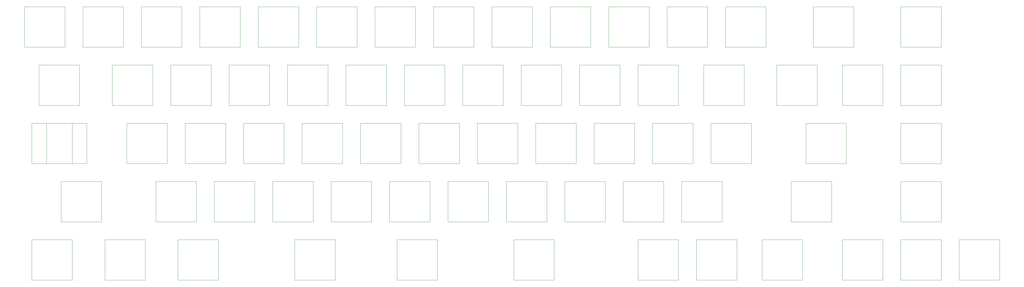
<source format=gbr>
%TF.GenerationSoftware,KiCad,Pcbnew,7.0.11*%
%TF.CreationDate,2024-04-25T10:19:36+05:30*%
%TF.ProjectId,Lexicon 69,4c657869-636f-46e2-9036-392e6b696361,rev?*%
%TF.SameCoordinates,Original*%
%TF.FileFunction,Other,User*%
%FSLAX46Y46*%
G04 Gerber Fmt 4.6, Leading zero omitted, Abs format (unit mm)*
G04 Created by KiCad (PCBNEW 7.0.11) date 2024-04-25 10:19:36*
%MOMM*%
%LPD*%
G01*
G04 APERTURE LIST*
%ADD10C,0.050000*%
G04 APERTURE END LIST*
D10*
%TO.C,SW68*%
X368550000Y-163762500D02*
X355350000Y-163762500D01*
X368550000Y-150562500D02*
X368550000Y-163762500D01*
X355350000Y-163762500D02*
X355350000Y-150562500D01*
X355350000Y-150562500D02*
X368550000Y-150562500D01*
%TO.C,SW8*%
X92325000Y-106612500D02*
X79125000Y-106612500D01*
X92325000Y-93412500D02*
X92325000Y-106612500D01*
X79125000Y-106612500D02*
X79125000Y-93412500D01*
X79125000Y-93412500D02*
X92325000Y-93412500D01*
%TO.C,SW29*%
X178050000Y-87562500D02*
X164850000Y-87562500D01*
X178050000Y-74362500D02*
X178050000Y-87562500D01*
X164850000Y-87562500D02*
X164850000Y-74362500D01*
X164850000Y-74362500D02*
X178050000Y-74362500D01*
%TO.C,SW41*%
X235200000Y-87562500D02*
X222000000Y-87562500D01*
X235200000Y-74362500D02*
X235200000Y-87562500D01*
X222000000Y-87562500D02*
X222000000Y-74362500D01*
X222000000Y-74362500D02*
X235200000Y-74362500D01*
%TO.C,SW39*%
X211387500Y-125662500D02*
X198187500Y-125662500D01*
X211387500Y-112462500D02*
X211387500Y-125662500D01*
X198187500Y-125662500D02*
X198187500Y-112462500D01*
X198187500Y-112462500D02*
X211387500Y-112462500D01*
%TO.C,SW18*%
X116137500Y-125662500D02*
X102937500Y-125662500D01*
X116137500Y-112462500D02*
X116137500Y-125662500D01*
X102937500Y-125662500D02*
X102937500Y-112462500D01*
X102937500Y-112462500D02*
X116137500Y-112462500D01*
%TO.C,SW6*%
X66131250Y-163762500D02*
X52931250Y-163762500D01*
X66131250Y-150562500D02*
X66131250Y-163762500D01*
X52931250Y-163762500D02*
X52931250Y-150562500D01*
X52931250Y-150562500D02*
X66131250Y-150562500D01*
%TO.C,SW79*%
X151856250Y-163762500D02*
X138656250Y-163762500D01*
X151856250Y-150562500D02*
X151856250Y-163762500D01*
X138656250Y-163762500D02*
X138656250Y-150562500D01*
X138656250Y-150562500D02*
X151856250Y-150562500D01*
%TO.C,SW33*%
X197100000Y-87562500D02*
X183900000Y-87562500D01*
X197100000Y-74362500D02*
X197100000Y-87562500D01*
X183900000Y-87562500D02*
X183900000Y-74362500D01*
X183900000Y-74362500D02*
X197100000Y-74362500D01*
%TO.C,SW20*%
X139950000Y-87562500D02*
X126750000Y-87562500D01*
X139950000Y-74362500D02*
X139950000Y-87562500D01*
X126750000Y-87562500D02*
X126750000Y-74362500D01*
X126750000Y-74362500D02*
X139950000Y-74362500D01*
%TO.C,SW47*%
X263775000Y-106612500D02*
X250575000Y-106612500D01*
X263775000Y-93412500D02*
X263775000Y-106612500D01*
X250575000Y-106612500D02*
X250575000Y-93412500D01*
X250575000Y-93412500D02*
X263775000Y-93412500D01*
%TO.C,SW75*%
X287587500Y-125662500D02*
X274387500Y-125662500D01*
X287587500Y-112462500D02*
X287587500Y-125662500D01*
X274387500Y-125662500D02*
X274387500Y-112462500D01*
X274387500Y-112462500D02*
X287587500Y-112462500D01*
%TO.C,SW49*%
X239962500Y-144712500D02*
X226762500Y-144712500D01*
X239962500Y-131512500D02*
X239962500Y-144712500D01*
X226762500Y-144712500D02*
X226762500Y-131512500D01*
X226762500Y-131512500D02*
X239962500Y-131512500D01*
%TO.C,SW57*%
X309018750Y-106612500D02*
X295818750Y-106612500D01*
X309018750Y-93412500D02*
X309018750Y-106612500D01*
X295818750Y-106612500D02*
X295818750Y-93412500D01*
X295818750Y-93412500D02*
X309018750Y-93412500D01*
%TO.C,SW36*%
X182812500Y-144712500D02*
X169612500Y-144712500D01*
X182812500Y-131512500D02*
X182812500Y-144712500D01*
X169612500Y-144712500D02*
X169612500Y-131512500D01*
X169612500Y-131512500D02*
X182812500Y-131512500D01*
%TO.C,SW78*%
X113756250Y-163762500D02*
X100556250Y-163762500D01*
X113756250Y-150562500D02*
X113756250Y-163762500D01*
X100556250Y-163762500D02*
X100556250Y-150562500D01*
X100556250Y-150562500D02*
X113756250Y-150562500D01*
%TO.C,SW59*%
X330450000Y-163762500D02*
X317250000Y-163762500D01*
X330450000Y-150562500D02*
X330450000Y-163762500D01*
X317250000Y-163762500D02*
X317250000Y-150562500D01*
X317250000Y-150562500D02*
X330450000Y-150562500D01*
%TO.C,SW42*%
X244725000Y-106612500D02*
X231525000Y-106612500D01*
X244725000Y-93412500D02*
X244725000Y-106612500D01*
X231525000Y-106612500D02*
X231525000Y-93412500D01*
X231525000Y-93412500D02*
X244725000Y-93412500D01*
%TO.C,SW28*%
X144712500Y-144712500D02*
X131512500Y-144712500D01*
X144712500Y-131512500D02*
X144712500Y-144712500D01*
X131512500Y-144712500D02*
X131512500Y-131512500D01*
X131512500Y-131512500D02*
X144712500Y-131512500D01*
%TO.C,SW38*%
X225675000Y-106612500D02*
X212475000Y-106612500D01*
X225675000Y-93412500D02*
X225675000Y-106612500D01*
X212475000Y-106612500D02*
X212475000Y-93412500D01*
X212475000Y-93412500D02*
X225675000Y-93412500D01*
%TO.C,SW22*%
X135187500Y-125662500D02*
X121987500Y-125662500D01*
X135187500Y-112462500D02*
X135187500Y-125662500D01*
X121987500Y-125662500D02*
X121987500Y-112462500D01*
X121987500Y-112462500D02*
X135187500Y-112462500D01*
%TO.C,SW56*%
X292350000Y-87562500D02*
X279150000Y-87562500D01*
X292350000Y-74362500D02*
X292350000Y-87562500D01*
X279150000Y-87562500D02*
X279150000Y-74362500D01*
X279150000Y-74362500D02*
X292350000Y-74362500D01*
%TO.C,SW26*%
X168525000Y-106612500D02*
X155325000Y-106612500D01*
X168525000Y-93412500D02*
X168525000Y-106612500D01*
X155325000Y-106612500D02*
X155325000Y-93412500D01*
X155325000Y-93412500D02*
X168525000Y-93412500D01*
%TO.C,SW31*%
X173287500Y-125662500D02*
X160087500Y-125662500D01*
X173287500Y-112462500D02*
X173287500Y-125662500D01*
X160087500Y-125662500D02*
X160087500Y-112462500D01*
X160087500Y-112462500D02*
X173287500Y-112462500D01*
%TO.C,SW4*%
X66131250Y-125662500D02*
X52931250Y-125662500D01*
X66131250Y-112462500D02*
X66131250Y-125662500D01*
X52931250Y-125662500D02*
X52931250Y-112462500D01*
X52931250Y-112462500D02*
X66131250Y-112462500D01*
%TO.C,SW54*%
X259012500Y-144712500D02*
X245812500Y-144712500D01*
X259012500Y-131512500D02*
X259012500Y-144712500D01*
X245812500Y-144712500D02*
X245812500Y-131512500D01*
X245812500Y-131512500D02*
X259012500Y-131512500D01*
%TO.C,SW30*%
X187575000Y-106612500D02*
X174375000Y-106612500D01*
X187575000Y-93412500D02*
X187575000Y-106612500D01*
X174375000Y-106612500D02*
X174375000Y-93412500D01*
X174375000Y-93412500D02*
X187575000Y-93412500D01*
%TO.C,SW1*%
X349500000Y-87562500D02*
X336300000Y-87562500D01*
X349500000Y-74362500D02*
X349500000Y-87562500D01*
X336300000Y-87562500D02*
X336300000Y-74362500D01*
X336300000Y-74362500D02*
X349500000Y-74362500D01*
%TO.C,SW48*%
X249487500Y-125662500D02*
X236287500Y-125662500D01*
X249487500Y-112462500D02*
X249487500Y-125662500D01*
X236287500Y-125662500D02*
X236287500Y-112462500D01*
X236287500Y-112462500D02*
X249487500Y-112462500D01*
%TO.C,SW40*%
X201862500Y-144712500D02*
X188662500Y-144712500D01*
X201862500Y-131512500D02*
X201862500Y-144712500D01*
X188662500Y-144712500D02*
X188662500Y-131512500D01*
X188662500Y-131512500D02*
X201862500Y-131512500D01*
%TO.C,SW21*%
X149475000Y-106612500D02*
X136275000Y-106612500D01*
X149475000Y-93412500D02*
X149475000Y-106612500D01*
X136275000Y-106612500D02*
X136275000Y-93412500D01*
X136275000Y-93412500D02*
X149475000Y-93412500D01*
%TO.C,SW17*%
X130425000Y-106612500D02*
X117225000Y-106612500D01*
X130425000Y-93412500D02*
X130425000Y-106612500D01*
X117225000Y-106612500D02*
X117225000Y-93412500D01*
X117225000Y-93412500D02*
X130425000Y-93412500D01*
%TO.C,SW23*%
X125662500Y-144712500D02*
X112462500Y-144712500D01*
X125662500Y-131512500D02*
X125662500Y-144712500D01*
X112462500Y-144712500D02*
X112462500Y-131512500D01*
X112462500Y-131512500D02*
X125662500Y-131512500D01*
%TO.C,SW16*%
X120900000Y-87562500D02*
X107700000Y-87562500D01*
X120900000Y-74362500D02*
X120900000Y-87562500D01*
X107700000Y-87562500D02*
X107700000Y-74362500D01*
X107700000Y-74362500D02*
X120900000Y-74362500D01*
%TO.C,SW51*%
X273300000Y-87562500D02*
X260100000Y-87562500D01*
X273300000Y-74362500D02*
X273300000Y-87562500D01*
X260100000Y-87562500D02*
X260100000Y-74362500D01*
X260100000Y-74362500D02*
X273300000Y-74362500D01*
%TO.C,SW52*%
X285206250Y-106612500D02*
X272006250Y-106612500D01*
X285206250Y-93412500D02*
X285206250Y-106612500D01*
X272006250Y-106612500D02*
X272006250Y-93412500D01*
X272006250Y-93412500D02*
X285206250Y-93412500D01*
%TO.C,SW25*%
X159000000Y-87562500D02*
X145800000Y-87562500D01*
X159000000Y-74362500D02*
X159000000Y-87562500D01*
X145800000Y-87562500D02*
X145800000Y-74362500D01*
X145800000Y-74362500D02*
X159000000Y-74362500D01*
%TO.C,SW12*%
X111375000Y-106612500D02*
X98175000Y-106612500D01*
X111375000Y-93412500D02*
X111375000Y-106612500D01*
X98175000Y-106612500D02*
X98175000Y-93412500D01*
X98175000Y-93412500D02*
X111375000Y-93412500D01*
%TO.C,SW7*%
X82800000Y-87562500D02*
X69600000Y-87562500D01*
X82800000Y-74362500D02*
X82800000Y-87562500D01*
X69600000Y-87562500D02*
X69600000Y-74362500D01*
X69600000Y-74362500D02*
X82800000Y-74362500D01*
%TO.C,SW37*%
X216150000Y-87562500D02*
X202950000Y-87562500D01*
X216150000Y-74362500D02*
X216150000Y-87562500D01*
X202950000Y-87562500D02*
X202950000Y-74362500D01*
X202950000Y-74362500D02*
X216150000Y-74362500D01*
%TO.C,SW43*%
X230437500Y-125662500D02*
X217237500Y-125662500D01*
X230437500Y-112462500D02*
X230437500Y-125662500D01*
X217237500Y-125662500D02*
X217237500Y-112462500D01*
X217237500Y-112462500D02*
X230437500Y-112462500D01*
%TO.C,SW58*%
X278062500Y-144712500D02*
X264862500Y-144712500D01*
X278062500Y-131512500D02*
X278062500Y-144712500D01*
X264862500Y-144712500D02*
X264862500Y-131512500D01*
X264862500Y-131512500D02*
X278062500Y-131512500D01*
%TO.C,SW55*%
X282825000Y-163762500D02*
X269625000Y-163762500D01*
X282825000Y-150562500D02*
X282825000Y-163762500D01*
X269625000Y-163762500D02*
X269625000Y-150562500D01*
X269625000Y-150562500D02*
X282825000Y-150562500D01*
%TO.C,SW50*%
X263775000Y-163762500D02*
X250575000Y-163762500D01*
X263775000Y-150562500D02*
X263775000Y-163762500D01*
X250575000Y-163762500D02*
X250575000Y-150562500D01*
X250575000Y-150562500D02*
X263775000Y-150562500D01*
%TO.C,SW64*%
X349500000Y-163762500D02*
X336300000Y-163762500D01*
X349500000Y-150562500D02*
X349500000Y-163762500D01*
X336300000Y-163762500D02*
X336300000Y-150562500D01*
X336300000Y-150562500D02*
X349500000Y-150562500D01*
%TO.C,SW3*%
X68512500Y-106612500D02*
X55312500Y-106612500D01*
X68512500Y-93412500D02*
X68512500Y-106612500D01*
X55312500Y-106612500D02*
X55312500Y-93412500D01*
X55312500Y-93412500D02*
X68512500Y-93412500D01*
%TO.C,SW46*%
X254250000Y-87562500D02*
X241050000Y-87562500D01*
X254250000Y-74362500D02*
X254250000Y-87562500D01*
X241050000Y-87562500D02*
X241050000Y-74362500D01*
X241050000Y-74362500D02*
X254250000Y-74362500D01*
%TO.C,SW15*%
X89943750Y-163762500D02*
X76743750Y-163762500D01*
X89943750Y-150562500D02*
X89943750Y-163762500D01*
X76743750Y-163762500D02*
X76743750Y-150562500D01*
X76743750Y-150562500D02*
X89943750Y-150562500D01*
%TO.C,SW11*%
X101850000Y-87562500D02*
X88650000Y-87562500D01*
X101850000Y-74362500D02*
X101850000Y-87562500D01*
X88650000Y-87562500D02*
X88650000Y-74362500D01*
X88650000Y-74362500D02*
X101850000Y-74362500D01*
%TO.C,SW82*%
X304256250Y-163762500D02*
X291056250Y-163762500D01*
X304256250Y-150562500D02*
X304256250Y-163762500D01*
X291056250Y-163762500D02*
X291056250Y-150562500D01*
X291056250Y-150562500D02*
X304256250Y-150562500D01*
%TO.C,SW27*%
X154237500Y-125662500D02*
X141037500Y-125662500D01*
X154237500Y-112462500D02*
X154237500Y-125662500D01*
X141037500Y-125662500D02*
X141037500Y-112462500D01*
X141037500Y-112462500D02*
X154237500Y-112462500D01*
%TO.C,SW35*%
X192337500Y-125662500D02*
X179137500Y-125662500D01*
X192337500Y-112462500D02*
X192337500Y-125662500D01*
X179137500Y-125662500D02*
X179137500Y-112462500D01*
X179137500Y-112462500D02*
X192337500Y-112462500D01*
%TO.C,SW19*%
X106612500Y-144712500D02*
X93412500Y-144712500D01*
X106612500Y-131512500D02*
X106612500Y-144712500D01*
X93412500Y-144712500D02*
X93412500Y-131512500D01*
X93412500Y-131512500D02*
X106612500Y-131512500D01*
%TO.C,SW67*%
X349500000Y-125662500D02*
X336300000Y-125662500D01*
X349500000Y-112462500D02*
X349500000Y-125662500D01*
X336300000Y-125662500D02*
X336300000Y-112462500D01*
X336300000Y-112462500D02*
X349500000Y-112462500D01*
%TO.C,SW44*%
X220912500Y-144712500D02*
X207712500Y-144712500D01*
X220912500Y-131512500D02*
X220912500Y-144712500D01*
X207712500Y-144712500D02*
X207712500Y-131512500D01*
X207712500Y-131512500D02*
X220912500Y-131512500D01*
%TO.C,SW53*%
X268537500Y-125662500D02*
X255337500Y-125662500D01*
X268537500Y-112462500D02*
X268537500Y-125662500D01*
X255337500Y-125662500D02*
X255337500Y-112462500D01*
X255337500Y-112462500D02*
X268537500Y-112462500D01*
%TO.C,SW77*%
X223293750Y-163762500D02*
X210093750Y-163762500D01*
X223293750Y-150562500D02*
X223293750Y-163762500D01*
X210093750Y-163762500D02*
X210093750Y-150562500D01*
X210093750Y-150562500D02*
X223293750Y-150562500D01*
%TO.C,SW63*%
X313781250Y-144712500D02*
X300581250Y-144712500D01*
X313781250Y-131512500D02*
X313781250Y-144712500D01*
X300581250Y-144712500D02*
X300581250Y-131512500D01*
X300581250Y-131512500D02*
X313781250Y-131512500D01*
%TO.C,SW2*%
X63750000Y-87562500D02*
X50550000Y-87562500D01*
X63750000Y-74362500D02*
X63750000Y-87562500D01*
X50550000Y-87562500D02*
X50550000Y-74362500D01*
X50550000Y-74362500D02*
X63750000Y-74362500D01*
%TO.C,SW32*%
X163762500Y-144712500D02*
X150562500Y-144712500D01*
X163762500Y-131512500D02*
X163762500Y-144712500D01*
X150562500Y-144712500D02*
X150562500Y-131512500D01*
X150562500Y-131512500D02*
X163762500Y-131512500D01*
%TO.C,SW5*%
X75656250Y-144712500D02*
X62456250Y-144712500D01*
X75656250Y-131512500D02*
X75656250Y-144712500D01*
X62456250Y-144712500D02*
X62456250Y-131512500D01*
X62456250Y-131512500D02*
X75656250Y-131512500D01*
%TO.C,SW62*%
X318543750Y-125662500D02*
X305343750Y-125662500D01*
X318543750Y-112462500D02*
X318543750Y-125662500D01*
X305343750Y-125662500D02*
X305343750Y-112462500D01*
X305343750Y-112462500D02*
X318543750Y-112462500D01*
%TO.C,SW13*%
X97087500Y-125662500D02*
X83887500Y-125662500D01*
X97087500Y-112462500D02*
X97087500Y-125662500D01*
X83887500Y-125662500D02*
X83887500Y-112462500D01*
X83887500Y-112462500D02*
X97087500Y-112462500D01*
%TO.C,SW70*%
X320925000Y-87562500D02*
X307725000Y-87562500D01*
X320925000Y-74362500D02*
X320925000Y-87562500D01*
X307725000Y-87562500D02*
X307725000Y-74362500D01*
X307725000Y-74362500D02*
X320925000Y-74362500D01*
%TO.C,SW69*%
X349500000Y-144712500D02*
X336300000Y-144712500D01*
X349500000Y-131512500D02*
X349500000Y-144712500D01*
X336300000Y-144712500D02*
X336300000Y-131512500D01*
X336300000Y-131512500D02*
X349500000Y-131512500D01*
%TO.C,SW71*%
X330450000Y-106612500D02*
X317250000Y-106612500D01*
X330450000Y-93412500D02*
X330450000Y-106612500D01*
X317250000Y-106612500D02*
X317250000Y-93412500D01*
X317250000Y-93412500D02*
X330450000Y-93412500D01*
%TO.C,SW24*%
X185193750Y-163762500D02*
X171993750Y-163762500D01*
X185193750Y-150562500D02*
X185193750Y-163762500D01*
X171993750Y-163762500D02*
X171993750Y-150562500D01*
X171993750Y-150562500D02*
X185193750Y-150562500D01*
%TO.C,SW66*%
X349500000Y-106612500D02*
X336300000Y-106612500D01*
X349500000Y-93412500D02*
X349500000Y-106612500D01*
X336300000Y-106612500D02*
X336300000Y-93412500D01*
X336300000Y-93412500D02*
X349500000Y-93412500D01*
%TO.C,SW34*%
X206625000Y-106612500D02*
X193425000Y-106612500D01*
X206625000Y-93412500D02*
X206625000Y-106612500D01*
X193425000Y-106612500D02*
X193425000Y-93412500D01*
X193425000Y-93412500D02*
X206625000Y-93412500D01*
%TO.C,SW9*%
X70893750Y-125662500D02*
X57693750Y-125662500D01*
X70893750Y-112462500D02*
X70893750Y-125662500D01*
X57693750Y-125662500D02*
X57693750Y-112462500D01*
X57693750Y-112462500D02*
X70893750Y-112462500D01*
%TD*%
M02*

</source>
